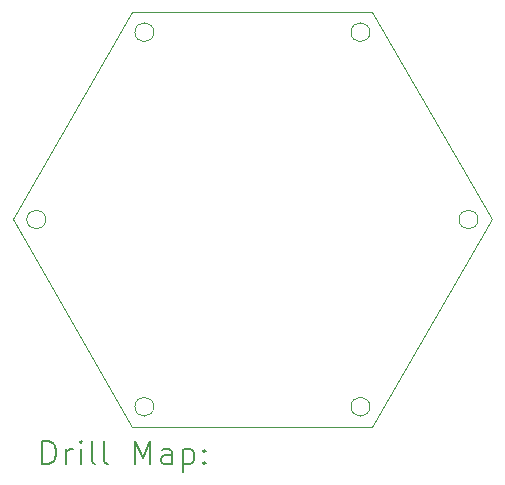
<source format=gbr>
%TF.GenerationSoftware,KiCad,Pcbnew,(6.0.8-1)-1*%
%TF.CreationDate,2022-11-16T20:28:12-05:00*%
%TF.ProjectId,Untitled,556e7469-746c-4656-942e-6b696361645f,rev?*%
%TF.SameCoordinates,Original*%
%TF.FileFunction,Drillmap*%
%TF.FilePolarity,Positive*%
%FSLAX45Y45*%
G04 Gerber Fmt 4.5, Leading zero omitted, Abs format (unit mm)*
G04 Created by KiCad (PCBNEW (6.0.8-1)-1) date 2022-11-16 20:28:12*
%MOMM*%
%LPD*%
G01*
G04 APERTURE LIST*
%ADD10C,0.100000*%
%ADD11C,0.200000*%
G04 APERTURE END LIST*
D10*
X9539000Y-7386000D02*
G75*
G03*
X9539000Y-7386000I-80000J0D01*
G01*
X8624000Y-5801000D02*
G75*
G03*
X8624000Y-5801000I-80000J0D01*
G01*
X9359000Y-4043000D02*
X8344000Y-5801000D01*
X11369000Y-7386000D02*
G75*
G03*
X11369000Y-7386000I-80000J0D01*
G01*
X11389000Y-4043000D02*
X9359000Y-4043000D01*
X9359000Y-7559000D02*
X11389000Y-7559000D01*
X8344000Y-5801000D02*
X9359000Y-7559000D01*
X12404000Y-5801000D02*
X11389000Y-7559000D01*
X12284000Y-5801000D02*
G75*
G03*
X12284000Y-5801000I-80000J0D01*
G01*
X11369000Y-4216000D02*
G75*
G03*
X11369000Y-4216000I-80000J0D01*
G01*
X9539000Y-4216000D02*
G75*
G03*
X9539000Y-4216000I-80000J0D01*
G01*
X12404000Y-5801000D02*
X11389000Y-4043000D01*
D11*
X8596619Y-7874476D02*
X8596619Y-7674476D01*
X8644238Y-7674476D01*
X8672810Y-7684000D01*
X8691857Y-7703048D01*
X8701381Y-7722095D01*
X8710905Y-7760190D01*
X8710905Y-7788762D01*
X8701381Y-7826857D01*
X8691857Y-7845905D01*
X8672810Y-7864952D01*
X8644238Y-7874476D01*
X8596619Y-7874476D01*
X8796619Y-7874476D02*
X8796619Y-7741143D01*
X8796619Y-7779238D02*
X8806143Y-7760190D01*
X8815667Y-7750667D01*
X8834714Y-7741143D01*
X8853762Y-7741143D01*
X8920429Y-7874476D02*
X8920429Y-7741143D01*
X8920429Y-7674476D02*
X8910905Y-7684000D01*
X8920429Y-7693524D01*
X8929952Y-7684000D01*
X8920429Y-7674476D01*
X8920429Y-7693524D01*
X9044238Y-7874476D02*
X9025190Y-7864952D01*
X9015667Y-7845905D01*
X9015667Y-7674476D01*
X9149000Y-7874476D02*
X9129952Y-7864952D01*
X9120429Y-7845905D01*
X9120429Y-7674476D01*
X9377571Y-7874476D02*
X9377571Y-7674476D01*
X9444238Y-7817333D01*
X9510905Y-7674476D01*
X9510905Y-7874476D01*
X9691857Y-7874476D02*
X9691857Y-7769714D01*
X9682333Y-7750667D01*
X9663286Y-7741143D01*
X9625190Y-7741143D01*
X9606143Y-7750667D01*
X9691857Y-7864952D02*
X9672810Y-7874476D01*
X9625190Y-7874476D01*
X9606143Y-7864952D01*
X9596619Y-7845905D01*
X9596619Y-7826857D01*
X9606143Y-7807809D01*
X9625190Y-7798286D01*
X9672810Y-7798286D01*
X9691857Y-7788762D01*
X9787095Y-7741143D02*
X9787095Y-7941143D01*
X9787095Y-7750667D02*
X9806143Y-7741143D01*
X9844238Y-7741143D01*
X9863286Y-7750667D01*
X9872810Y-7760190D01*
X9882333Y-7779238D01*
X9882333Y-7836381D01*
X9872810Y-7855428D01*
X9863286Y-7864952D01*
X9844238Y-7874476D01*
X9806143Y-7874476D01*
X9787095Y-7864952D01*
X9968048Y-7855428D02*
X9977571Y-7864952D01*
X9968048Y-7874476D01*
X9958524Y-7864952D01*
X9968048Y-7855428D01*
X9968048Y-7874476D01*
X9968048Y-7750667D02*
X9977571Y-7760190D01*
X9968048Y-7769714D01*
X9958524Y-7760190D01*
X9968048Y-7750667D01*
X9968048Y-7769714D01*
M02*

</source>
